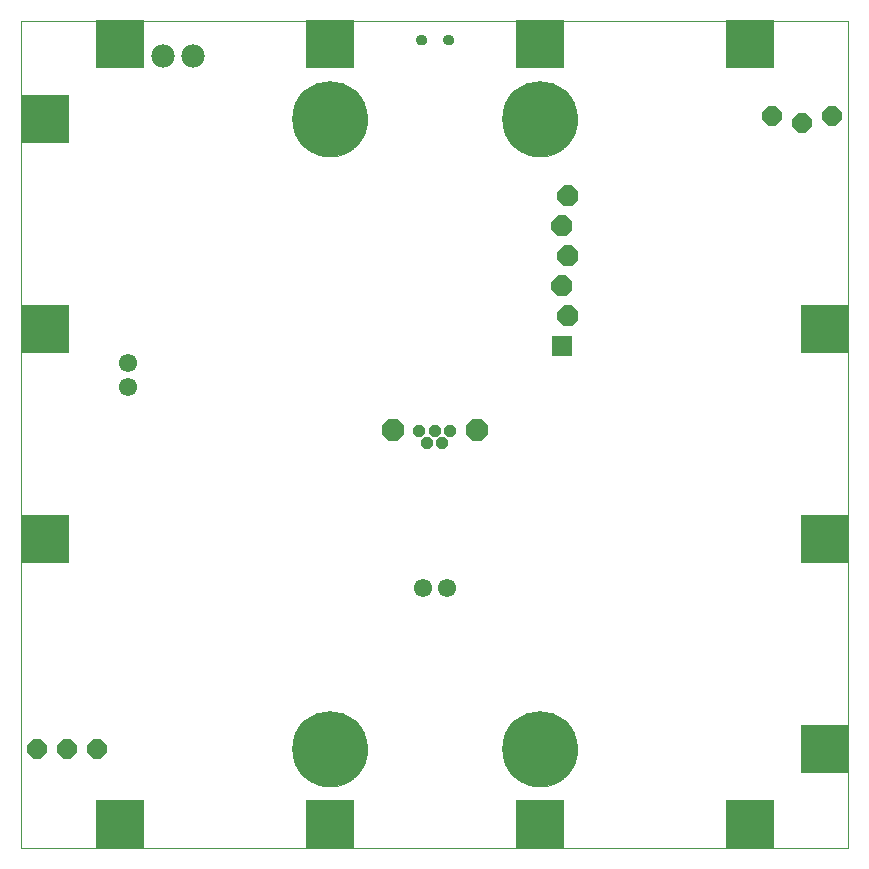
<source format=gbs>
G75*
%MOIN*%
%OFA0B0*%
%FSLAX25Y25*%
%IPPOS*%
%LPD*%
%AMOC8*
5,1,8,0,0,1.08239X$1,22.5*
%
%ADD10C,0.00000*%
%ADD11C,0.25203*%
%ADD12OC8,0.06337*%
%ADD13R,0.16211X0.16211*%
%ADD14OC8,0.07487*%
%ADD15OC8,0.03975*%
%ADD16R,0.07000X0.07000*%
%ADD17OC8,0.07000*%
%ADD18C,0.06100*%
%ADD19C,0.07800*%
%ADD20C,0.03550*%
D10*
X0001400Y0001400D02*
X0001400Y0276991D01*
X0276991Y0276991D01*
X0276991Y0001400D01*
X0001400Y0001400D01*
X0091793Y0034195D02*
X0091797Y0034499D01*
X0091808Y0034804D01*
X0091827Y0035107D01*
X0091853Y0035411D01*
X0091886Y0035713D01*
X0091927Y0036015D01*
X0091976Y0036315D01*
X0092031Y0036615D01*
X0092094Y0036912D01*
X0092165Y0037208D01*
X0092242Y0037503D01*
X0092327Y0037795D01*
X0092419Y0038085D01*
X0092518Y0038373D01*
X0092624Y0038658D01*
X0092737Y0038941D01*
X0092857Y0039221D01*
X0092984Y0039498D01*
X0093117Y0039771D01*
X0093257Y0040041D01*
X0093404Y0040308D01*
X0093557Y0040571D01*
X0093717Y0040830D01*
X0093883Y0041085D01*
X0094055Y0041336D01*
X0094234Y0041583D01*
X0094418Y0041825D01*
X0094608Y0042063D01*
X0094804Y0042296D01*
X0095006Y0042524D01*
X0095213Y0042747D01*
X0095425Y0042965D01*
X0095643Y0043177D01*
X0095866Y0043384D01*
X0096094Y0043586D01*
X0096327Y0043782D01*
X0096565Y0043972D01*
X0096807Y0044156D01*
X0097054Y0044335D01*
X0097305Y0044507D01*
X0097560Y0044673D01*
X0097819Y0044833D01*
X0098082Y0044986D01*
X0098349Y0045133D01*
X0098619Y0045273D01*
X0098892Y0045406D01*
X0099169Y0045533D01*
X0099449Y0045653D01*
X0099732Y0045766D01*
X0100017Y0045872D01*
X0100305Y0045971D01*
X0100595Y0046063D01*
X0100887Y0046148D01*
X0101182Y0046225D01*
X0101478Y0046296D01*
X0101775Y0046359D01*
X0102075Y0046414D01*
X0102375Y0046463D01*
X0102677Y0046504D01*
X0102979Y0046537D01*
X0103283Y0046563D01*
X0103586Y0046582D01*
X0103891Y0046593D01*
X0104195Y0046597D01*
X0104499Y0046593D01*
X0104804Y0046582D01*
X0105107Y0046563D01*
X0105411Y0046537D01*
X0105713Y0046504D01*
X0106015Y0046463D01*
X0106315Y0046414D01*
X0106615Y0046359D01*
X0106912Y0046296D01*
X0107208Y0046225D01*
X0107503Y0046148D01*
X0107795Y0046063D01*
X0108085Y0045971D01*
X0108373Y0045872D01*
X0108658Y0045766D01*
X0108941Y0045653D01*
X0109221Y0045533D01*
X0109498Y0045406D01*
X0109771Y0045273D01*
X0110041Y0045133D01*
X0110308Y0044986D01*
X0110571Y0044833D01*
X0110830Y0044673D01*
X0111085Y0044507D01*
X0111336Y0044335D01*
X0111583Y0044156D01*
X0111825Y0043972D01*
X0112063Y0043782D01*
X0112296Y0043586D01*
X0112524Y0043384D01*
X0112747Y0043177D01*
X0112965Y0042965D01*
X0113177Y0042747D01*
X0113384Y0042524D01*
X0113586Y0042296D01*
X0113782Y0042063D01*
X0113972Y0041825D01*
X0114156Y0041583D01*
X0114335Y0041336D01*
X0114507Y0041085D01*
X0114673Y0040830D01*
X0114833Y0040571D01*
X0114986Y0040308D01*
X0115133Y0040041D01*
X0115273Y0039771D01*
X0115406Y0039498D01*
X0115533Y0039221D01*
X0115653Y0038941D01*
X0115766Y0038658D01*
X0115872Y0038373D01*
X0115971Y0038085D01*
X0116063Y0037795D01*
X0116148Y0037503D01*
X0116225Y0037208D01*
X0116296Y0036912D01*
X0116359Y0036615D01*
X0116414Y0036315D01*
X0116463Y0036015D01*
X0116504Y0035713D01*
X0116537Y0035411D01*
X0116563Y0035107D01*
X0116582Y0034804D01*
X0116593Y0034499D01*
X0116597Y0034195D01*
X0116593Y0033891D01*
X0116582Y0033586D01*
X0116563Y0033283D01*
X0116537Y0032979D01*
X0116504Y0032677D01*
X0116463Y0032375D01*
X0116414Y0032075D01*
X0116359Y0031775D01*
X0116296Y0031478D01*
X0116225Y0031182D01*
X0116148Y0030887D01*
X0116063Y0030595D01*
X0115971Y0030305D01*
X0115872Y0030017D01*
X0115766Y0029732D01*
X0115653Y0029449D01*
X0115533Y0029169D01*
X0115406Y0028892D01*
X0115273Y0028619D01*
X0115133Y0028349D01*
X0114986Y0028082D01*
X0114833Y0027819D01*
X0114673Y0027560D01*
X0114507Y0027305D01*
X0114335Y0027054D01*
X0114156Y0026807D01*
X0113972Y0026565D01*
X0113782Y0026327D01*
X0113586Y0026094D01*
X0113384Y0025866D01*
X0113177Y0025643D01*
X0112965Y0025425D01*
X0112747Y0025213D01*
X0112524Y0025006D01*
X0112296Y0024804D01*
X0112063Y0024608D01*
X0111825Y0024418D01*
X0111583Y0024234D01*
X0111336Y0024055D01*
X0111085Y0023883D01*
X0110830Y0023717D01*
X0110571Y0023557D01*
X0110308Y0023404D01*
X0110041Y0023257D01*
X0109771Y0023117D01*
X0109498Y0022984D01*
X0109221Y0022857D01*
X0108941Y0022737D01*
X0108658Y0022624D01*
X0108373Y0022518D01*
X0108085Y0022419D01*
X0107795Y0022327D01*
X0107503Y0022242D01*
X0107208Y0022165D01*
X0106912Y0022094D01*
X0106615Y0022031D01*
X0106315Y0021976D01*
X0106015Y0021927D01*
X0105713Y0021886D01*
X0105411Y0021853D01*
X0105107Y0021827D01*
X0104804Y0021808D01*
X0104499Y0021797D01*
X0104195Y0021793D01*
X0103891Y0021797D01*
X0103586Y0021808D01*
X0103283Y0021827D01*
X0102979Y0021853D01*
X0102677Y0021886D01*
X0102375Y0021927D01*
X0102075Y0021976D01*
X0101775Y0022031D01*
X0101478Y0022094D01*
X0101182Y0022165D01*
X0100887Y0022242D01*
X0100595Y0022327D01*
X0100305Y0022419D01*
X0100017Y0022518D01*
X0099732Y0022624D01*
X0099449Y0022737D01*
X0099169Y0022857D01*
X0098892Y0022984D01*
X0098619Y0023117D01*
X0098349Y0023257D01*
X0098082Y0023404D01*
X0097819Y0023557D01*
X0097560Y0023717D01*
X0097305Y0023883D01*
X0097054Y0024055D01*
X0096807Y0024234D01*
X0096565Y0024418D01*
X0096327Y0024608D01*
X0096094Y0024804D01*
X0095866Y0025006D01*
X0095643Y0025213D01*
X0095425Y0025425D01*
X0095213Y0025643D01*
X0095006Y0025866D01*
X0094804Y0026094D01*
X0094608Y0026327D01*
X0094418Y0026565D01*
X0094234Y0026807D01*
X0094055Y0027054D01*
X0093883Y0027305D01*
X0093717Y0027560D01*
X0093557Y0027819D01*
X0093404Y0028082D01*
X0093257Y0028349D01*
X0093117Y0028619D01*
X0092984Y0028892D01*
X0092857Y0029169D01*
X0092737Y0029449D01*
X0092624Y0029732D01*
X0092518Y0030017D01*
X0092419Y0030305D01*
X0092327Y0030595D01*
X0092242Y0030887D01*
X0092165Y0031182D01*
X0092094Y0031478D01*
X0092031Y0031775D01*
X0091976Y0032075D01*
X0091927Y0032375D01*
X0091886Y0032677D01*
X0091853Y0032979D01*
X0091827Y0033283D01*
X0091808Y0033586D01*
X0091797Y0033891D01*
X0091793Y0034195D01*
X0161793Y0034195D02*
X0161797Y0034499D01*
X0161808Y0034804D01*
X0161827Y0035107D01*
X0161853Y0035411D01*
X0161886Y0035713D01*
X0161927Y0036015D01*
X0161976Y0036315D01*
X0162031Y0036615D01*
X0162094Y0036912D01*
X0162165Y0037208D01*
X0162242Y0037503D01*
X0162327Y0037795D01*
X0162419Y0038085D01*
X0162518Y0038373D01*
X0162624Y0038658D01*
X0162737Y0038941D01*
X0162857Y0039221D01*
X0162984Y0039498D01*
X0163117Y0039771D01*
X0163257Y0040041D01*
X0163404Y0040308D01*
X0163557Y0040571D01*
X0163717Y0040830D01*
X0163883Y0041085D01*
X0164055Y0041336D01*
X0164234Y0041583D01*
X0164418Y0041825D01*
X0164608Y0042063D01*
X0164804Y0042296D01*
X0165006Y0042524D01*
X0165213Y0042747D01*
X0165425Y0042965D01*
X0165643Y0043177D01*
X0165866Y0043384D01*
X0166094Y0043586D01*
X0166327Y0043782D01*
X0166565Y0043972D01*
X0166807Y0044156D01*
X0167054Y0044335D01*
X0167305Y0044507D01*
X0167560Y0044673D01*
X0167819Y0044833D01*
X0168082Y0044986D01*
X0168349Y0045133D01*
X0168619Y0045273D01*
X0168892Y0045406D01*
X0169169Y0045533D01*
X0169449Y0045653D01*
X0169732Y0045766D01*
X0170017Y0045872D01*
X0170305Y0045971D01*
X0170595Y0046063D01*
X0170887Y0046148D01*
X0171182Y0046225D01*
X0171478Y0046296D01*
X0171775Y0046359D01*
X0172075Y0046414D01*
X0172375Y0046463D01*
X0172677Y0046504D01*
X0172979Y0046537D01*
X0173283Y0046563D01*
X0173586Y0046582D01*
X0173891Y0046593D01*
X0174195Y0046597D01*
X0174499Y0046593D01*
X0174804Y0046582D01*
X0175107Y0046563D01*
X0175411Y0046537D01*
X0175713Y0046504D01*
X0176015Y0046463D01*
X0176315Y0046414D01*
X0176615Y0046359D01*
X0176912Y0046296D01*
X0177208Y0046225D01*
X0177503Y0046148D01*
X0177795Y0046063D01*
X0178085Y0045971D01*
X0178373Y0045872D01*
X0178658Y0045766D01*
X0178941Y0045653D01*
X0179221Y0045533D01*
X0179498Y0045406D01*
X0179771Y0045273D01*
X0180041Y0045133D01*
X0180308Y0044986D01*
X0180571Y0044833D01*
X0180830Y0044673D01*
X0181085Y0044507D01*
X0181336Y0044335D01*
X0181583Y0044156D01*
X0181825Y0043972D01*
X0182063Y0043782D01*
X0182296Y0043586D01*
X0182524Y0043384D01*
X0182747Y0043177D01*
X0182965Y0042965D01*
X0183177Y0042747D01*
X0183384Y0042524D01*
X0183586Y0042296D01*
X0183782Y0042063D01*
X0183972Y0041825D01*
X0184156Y0041583D01*
X0184335Y0041336D01*
X0184507Y0041085D01*
X0184673Y0040830D01*
X0184833Y0040571D01*
X0184986Y0040308D01*
X0185133Y0040041D01*
X0185273Y0039771D01*
X0185406Y0039498D01*
X0185533Y0039221D01*
X0185653Y0038941D01*
X0185766Y0038658D01*
X0185872Y0038373D01*
X0185971Y0038085D01*
X0186063Y0037795D01*
X0186148Y0037503D01*
X0186225Y0037208D01*
X0186296Y0036912D01*
X0186359Y0036615D01*
X0186414Y0036315D01*
X0186463Y0036015D01*
X0186504Y0035713D01*
X0186537Y0035411D01*
X0186563Y0035107D01*
X0186582Y0034804D01*
X0186593Y0034499D01*
X0186597Y0034195D01*
X0186593Y0033891D01*
X0186582Y0033586D01*
X0186563Y0033283D01*
X0186537Y0032979D01*
X0186504Y0032677D01*
X0186463Y0032375D01*
X0186414Y0032075D01*
X0186359Y0031775D01*
X0186296Y0031478D01*
X0186225Y0031182D01*
X0186148Y0030887D01*
X0186063Y0030595D01*
X0185971Y0030305D01*
X0185872Y0030017D01*
X0185766Y0029732D01*
X0185653Y0029449D01*
X0185533Y0029169D01*
X0185406Y0028892D01*
X0185273Y0028619D01*
X0185133Y0028349D01*
X0184986Y0028082D01*
X0184833Y0027819D01*
X0184673Y0027560D01*
X0184507Y0027305D01*
X0184335Y0027054D01*
X0184156Y0026807D01*
X0183972Y0026565D01*
X0183782Y0026327D01*
X0183586Y0026094D01*
X0183384Y0025866D01*
X0183177Y0025643D01*
X0182965Y0025425D01*
X0182747Y0025213D01*
X0182524Y0025006D01*
X0182296Y0024804D01*
X0182063Y0024608D01*
X0181825Y0024418D01*
X0181583Y0024234D01*
X0181336Y0024055D01*
X0181085Y0023883D01*
X0180830Y0023717D01*
X0180571Y0023557D01*
X0180308Y0023404D01*
X0180041Y0023257D01*
X0179771Y0023117D01*
X0179498Y0022984D01*
X0179221Y0022857D01*
X0178941Y0022737D01*
X0178658Y0022624D01*
X0178373Y0022518D01*
X0178085Y0022419D01*
X0177795Y0022327D01*
X0177503Y0022242D01*
X0177208Y0022165D01*
X0176912Y0022094D01*
X0176615Y0022031D01*
X0176315Y0021976D01*
X0176015Y0021927D01*
X0175713Y0021886D01*
X0175411Y0021853D01*
X0175107Y0021827D01*
X0174804Y0021808D01*
X0174499Y0021797D01*
X0174195Y0021793D01*
X0173891Y0021797D01*
X0173586Y0021808D01*
X0173283Y0021827D01*
X0172979Y0021853D01*
X0172677Y0021886D01*
X0172375Y0021927D01*
X0172075Y0021976D01*
X0171775Y0022031D01*
X0171478Y0022094D01*
X0171182Y0022165D01*
X0170887Y0022242D01*
X0170595Y0022327D01*
X0170305Y0022419D01*
X0170017Y0022518D01*
X0169732Y0022624D01*
X0169449Y0022737D01*
X0169169Y0022857D01*
X0168892Y0022984D01*
X0168619Y0023117D01*
X0168349Y0023257D01*
X0168082Y0023404D01*
X0167819Y0023557D01*
X0167560Y0023717D01*
X0167305Y0023883D01*
X0167054Y0024055D01*
X0166807Y0024234D01*
X0166565Y0024418D01*
X0166327Y0024608D01*
X0166094Y0024804D01*
X0165866Y0025006D01*
X0165643Y0025213D01*
X0165425Y0025425D01*
X0165213Y0025643D01*
X0165006Y0025866D01*
X0164804Y0026094D01*
X0164608Y0026327D01*
X0164418Y0026565D01*
X0164234Y0026807D01*
X0164055Y0027054D01*
X0163883Y0027305D01*
X0163717Y0027560D01*
X0163557Y0027819D01*
X0163404Y0028082D01*
X0163257Y0028349D01*
X0163117Y0028619D01*
X0162984Y0028892D01*
X0162857Y0029169D01*
X0162737Y0029449D01*
X0162624Y0029732D01*
X0162518Y0030017D01*
X0162419Y0030305D01*
X0162327Y0030595D01*
X0162242Y0030887D01*
X0162165Y0031182D01*
X0162094Y0031478D01*
X0162031Y0031775D01*
X0161976Y0032075D01*
X0161927Y0032375D01*
X0161886Y0032677D01*
X0161853Y0032979D01*
X0161827Y0033283D01*
X0161808Y0033586D01*
X0161797Y0033891D01*
X0161793Y0034195D01*
X0161793Y0244195D02*
X0161797Y0244499D01*
X0161808Y0244804D01*
X0161827Y0245107D01*
X0161853Y0245411D01*
X0161886Y0245713D01*
X0161927Y0246015D01*
X0161976Y0246315D01*
X0162031Y0246615D01*
X0162094Y0246912D01*
X0162165Y0247208D01*
X0162242Y0247503D01*
X0162327Y0247795D01*
X0162419Y0248085D01*
X0162518Y0248373D01*
X0162624Y0248658D01*
X0162737Y0248941D01*
X0162857Y0249221D01*
X0162984Y0249498D01*
X0163117Y0249771D01*
X0163257Y0250041D01*
X0163404Y0250308D01*
X0163557Y0250571D01*
X0163717Y0250830D01*
X0163883Y0251085D01*
X0164055Y0251336D01*
X0164234Y0251583D01*
X0164418Y0251825D01*
X0164608Y0252063D01*
X0164804Y0252296D01*
X0165006Y0252524D01*
X0165213Y0252747D01*
X0165425Y0252965D01*
X0165643Y0253177D01*
X0165866Y0253384D01*
X0166094Y0253586D01*
X0166327Y0253782D01*
X0166565Y0253972D01*
X0166807Y0254156D01*
X0167054Y0254335D01*
X0167305Y0254507D01*
X0167560Y0254673D01*
X0167819Y0254833D01*
X0168082Y0254986D01*
X0168349Y0255133D01*
X0168619Y0255273D01*
X0168892Y0255406D01*
X0169169Y0255533D01*
X0169449Y0255653D01*
X0169732Y0255766D01*
X0170017Y0255872D01*
X0170305Y0255971D01*
X0170595Y0256063D01*
X0170887Y0256148D01*
X0171182Y0256225D01*
X0171478Y0256296D01*
X0171775Y0256359D01*
X0172075Y0256414D01*
X0172375Y0256463D01*
X0172677Y0256504D01*
X0172979Y0256537D01*
X0173283Y0256563D01*
X0173586Y0256582D01*
X0173891Y0256593D01*
X0174195Y0256597D01*
X0174499Y0256593D01*
X0174804Y0256582D01*
X0175107Y0256563D01*
X0175411Y0256537D01*
X0175713Y0256504D01*
X0176015Y0256463D01*
X0176315Y0256414D01*
X0176615Y0256359D01*
X0176912Y0256296D01*
X0177208Y0256225D01*
X0177503Y0256148D01*
X0177795Y0256063D01*
X0178085Y0255971D01*
X0178373Y0255872D01*
X0178658Y0255766D01*
X0178941Y0255653D01*
X0179221Y0255533D01*
X0179498Y0255406D01*
X0179771Y0255273D01*
X0180041Y0255133D01*
X0180308Y0254986D01*
X0180571Y0254833D01*
X0180830Y0254673D01*
X0181085Y0254507D01*
X0181336Y0254335D01*
X0181583Y0254156D01*
X0181825Y0253972D01*
X0182063Y0253782D01*
X0182296Y0253586D01*
X0182524Y0253384D01*
X0182747Y0253177D01*
X0182965Y0252965D01*
X0183177Y0252747D01*
X0183384Y0252524D01*
X0183586Y0252296D01*
X0183782Y0252063D01*
X0183972Y0251825D01*
X0184156Y0251583D01*
X0184335Y0251336D01*
X0184507Y0251085D01*
X0184673Y0250830D01*
X0184833Y0250571D01*
X0184986Y0250308D01*
X0185133Y0250041D01*
X0185273Y0249771D01*
X0185406Y0249498D01*
X0185533Y0249221D01*
X0185653Y0248941D01*
X0185766Y0248658D01*
X0185872Y0248373D01*
X0185971Y0248085D01*
X0186063Y0247795D01*
X0186148Y0247503D01*
X0186225Y0247208D01*
X0186296Y0246912D01*
X0186359Y0246615D01*
X0186414Y0246315D01*
X0186463Y0246015D01*
X0186504Y0245713D01*
X0186537Y0245411D01*
X0186563Y0245107D01*
X0186582Y0244804D01*
X0186593Y0244499D01*
X0186597Y0244195D01*
X0186593Y0243891D01*
X0186582Y0243586D01*
X0186563Y0243283D01*
X0186537Y0242979D01*
X0186504Y0242677D01*
X0186463Y0242375D01*
X0186414Y0242075D01*
X0186359Y0241775D01*
X0186296Y0241478D01*
X0186225Y0241182D01*
X0186148Y0240887D01*
X0186063Y0240595D01*
X0185971Y0240305D01*
X0185872Y0240017D01*
X0185766Y0239732D01*
X0185653Y0239449D01*
X0185533Y0239169D01*
X0185406Y0238892D01*
X0185273Y0238619D01*
X0185133Y0238349D01*
X0184986Y0238082D01*
X0184833Y0237819D01*
X0184673Y0237560D01*
X0184507Y0237305D01*
X0184335Y0237054D01*
X0184156Y0236807D01*
X0183972Y0236565D01*
X0183782Y0236327D01*
X0183586Y0236094D01*
X0183384Y0235866D01*
X0183177Y0235643D01*
X0182965Y0235425D01*
X0182747Y0235213D01*
X0182524Y0235006D01*
X0182296Y0234804D01*
X0182063Y0234608D01*
X0181825Y0234418D01*
X0181583Y0234234D01*
X0181336Y0234055D01*
X0181085Y0233883D01*
X0180830Y0233717D01*
X0180571Y0233557D01*
X0180308Y0233404D01*
X0180041Y0233257D01*
X0179771Y0233117D01*
X0179498Y0232984D01*
X0179221Y0232857D01*
X0178941Y0232737D01*
X0178658Y0232624D01*
X0178373Y0232518D01*
X0178085Y0232419D01*
X0177795Y0232327D01*
X0177503Y0232242D01*
X0177208Y0232165D01*
X0176912Y0232094D01*
X0176615Y0232031D01*
X0176315Y0231976D01*
X0176015Y0231927D01*
X0175713Y0231886D01*
X0175411Y0231853D01*
X0175107Y0231827D01*
X0174804Y0231808D01*
X0174499Y0231797D01*
X0174195Y0231793D01*
X0173891Y0231797D01*
X0173586Y0231808D01*
X0173283Y0231827D01*
X0172979Y0231853D01*
X0172677Y0231886D01*
X0172375Y0231927D01*
X0172075Y0231976D01*
X0171775Y0232031D01*
X0171478Y0232094D01*
X0171182Y0232165D01*
X0170887Y0232242D01*
X0170595Y0232327D01*
X0170305Y0232419D01*
X0170017Y0232518D01*
X0169732Y0232624D01*
X0169449Y0232737D01*
X0169169Y0232857D01*
X0168892Y0232984D01*
X0168619Y0233117D01*
X0168349Y0233257D01*
X0168082Y0233404D01*
X0167819Y0233557D01*
X0167560Y0233717D01*
X0167305Y0233883D01*
X0167054Y0234055D01*
X0166807Y0234234D01*
X0166565Y0234418D01*
X0166327Y0234608D01*
X0166094Y0234804D01*
X0165866Y0235006D01*
X0165643Y0235213D01*
X0165425Y0235425D01*
X0165213Y0235643D01*
X0165006Y0235866D01*
X0164804Y0236094D01*
X0164608Y0236327D01*
X0164418Y0236565D01*
X0164234Y0236807D01*
X0164055Y0237054D01*
X0163883Y0237305D01*
X0163717Y0237560D01*
X0163557Y0237819D01*
X0163404Y0238082D01*
X0163257Y0238349D01*
X0163117Y0238619D01*
X0162984Y0238892D01*
X0162857Y0239169D01*
X0162737Y0239449D01*
X0162624Y0239732D01*
X0162518Y0240017D01*
X0162419Y0240305D01*
X0162327Y0240595D01*
X0162242Y0240887D01*
X0162165Y0241182D01*
X0162094Y0241478D01*
X0162031Y0241775D01*
X0161976Y0242075D01*
X0161927Y0242375D01*
X0161886Y0242677D01*
X0161853Y0242979D01*
X0161827Y0243283D01*
X0161808Y0243586D01*
X0161797Y0243891D01*
X0161793Y0244195D01*
X0142148Y0270691D02*
X0142150Y0270770D01*
X0142156Y0270849D01*
X0142166Y0270928D01*
X0142180Y0271006D01*
X0142197Y0271083D01*
X0142219Y0271159D01*
X0142244Y0271234D01*
X0142274Y0271307D01*
X0142306Y0271379D01*
X0142343Y0271450D01*
X0142383Y0271518D01*
X0142426Y0271584D01*
X0142472Y0271648D01*
X0142522Y0271710D01*
X0142575Y0271769D01*
X0142630Y0271825D01*
X0142689Y0271879D01*
X0142750Y0271929D01*
X0142813Y0271977D01*
X0142879Y0272021D01*
X0142947Y0272062D01*
X0143017Y0272099D01*
X0143088Y0272133D01*
X0143162Y0272163D01*
X0143236Y0272189D01*
X0143312Y0272211D01*
X0143389Y0272230D01*
X0143467Y0272245D01*
X0143545Y0272256D01*
X0143624Y0272263D01*
X0143703Y0272266D01*
X0143782Y0272265D01*
X0143861Y0272260D01*
X0143940Y0272251D01*
X0144018Y0272238D01*
X0144095Y0272221D01*
X0144172Y0272201D01*
X0144247Y0272176D01*
X0144321Y0272148D01*
X0144394Y0272116D01*
X0144464Y0272081D01*
X0144533Y0272042D01*
X0144600Y0271999D01*
X0144665Y0271953D01*
X0144727Y0271905D01*
X0144787Y0271853D01*
X0144844Y0271798D01*
X0144898Y0271740D01*
X0144949Y0271680D01*
X0144997Y0271617D01*
X0145042Y0271552D01*
X0145084Y0271484D01*
X0145122Y0271415D01*
X0145156Y0271344D01*
X0145187Y0271271D01*
X0145215Y0271196D01*
X0145238Y0271121D01*
X0145258Y0271044D01*
X0145274Y0270967D01*
X0145286Y0270888D01*
X0145294Y0270810D01*
X0145298Y0270731D01*
X0145298Y0270651D01*
X0145294Y0270572D01*
X0145286Y0270494D01*
X0145274Y0270415D01*
X0145258Y0270338D01*
X0145238Y0270261D01*
X0145215Y0270186D01*
X0145187Y0270111D01*
X0145156Y0270038D01*
X0145122Y0269967D01*
X0145084Y0269898D01*
X0145042Y0269830D01*
X0144997Y0269765D01*
X0144949Y0269702D01*
X0144898Y0269642D01*
X0144844Y0269584D01*
X0144787Y0269529D01*
X0144727Y0269477D01*
X0144665Y0269429D01*
X0144600Y0269383D01*
X0144533Y0269340D01*
X0144464Y0269301D01*
X0144394Y0269266D01*
X0144321Y0269234D01*
X0144247Y0269206D01*
X0144172Y0269181D01*
X0144095Y0269161D01*
X0144018Y0269144D01*
X0143940Y0269131D01*
X0143861Y0269122D01*
X0143782Y0269117D01*
X0143703Y0269116D01*
X0143624Y0269119D01*
X0143545Y0269126D01*
X0143467Y0269137D01*
X0143389Y0269152D01*
X0143312Y0269171D01*
X0143236Y0269193D01*
X0143162Y0269219D01*
X0143088Y0269249D01*
X0143017Y0269283D01*
X0142947Y0269320D01*
X0142879Y0269361D01*
X0142813Y0269405D01*
X0142750Y0269453D01*
X0142689Y0269503D01*
X0142630Y0269557D01*
X0142575Y0269613D01*
X0142522Y0269672D01*
X0142472Y0269734D01*
X0142426Y0269798D01*
X0142383Y0269864D01*
X0142343Y0269932D01*
X0142306Y0270003D01*
X0142274Y0270075D01*
X0142244Y0270148D01*
X0142219Y0270223D01*
X0142197Y0270299D01*
X0142180Y0270376D01*
X0142166Y0270454D01*
X0142156Y0270533D01*
X0142150Y0270612D01*
X0142148Y0270691D01*
X0133093Y0270691D02*
X0133095Y0270770D01*
X0133101Y0270849D01*
X0133111Y0270928D01*
X0133125Y0271006D01*
X0133142Y0271083D01*
X0133164Y0271159D01*
X0133189Y0271234D01*
X0133219Y0271307D01*
X0133251Y0271379D01*
X0133288Y0271450D01*
X0133328Y0271518D01*
X0133371Y0271584D01*
X0133417Y0271648D01*
X0133467Y0271710D01*
X0133520Y0271769D01*
X0133575Y0271825D01*
X0133634Y0271879D01*
X0133695Y0271929D01*
X0133758Y0271977D01*
X0133824Y0272021D01*
X0133892Y0272062D01*
X0133962Y0272099D01*
X0134033Y0272133D01*
X0134107Y0272163D01*
X0134181Y0272189D01*
X0134257Y0272211D01*
X0134334Y0272230D01*
X0134412Y0272245D01*
X0134490Y0272256D01*
X0134569Y0272263D01*
X0134648Y0272266D01*
X0134727Y0272265D01*
X0134806Y0272260D01*
X0134885Y0272251D01*
X0134963Y0272238D01*
X0135040Y0272221D01*
X0135117Y0272201D01*
X0135192Y0272176D01*
X0135266Y0272148D01*
X0135339Y0272116D01*
X0135409Y0272081D01*
X0135478Y0272042D01*
X0135545Y0271999D01*
X0135610Y0271953D01*
X0135672Y0271905D01*
X0135732Y0271853D01*
X0135789Y0271798D01*
X0135843Y0271740D01*
X0135894Y0271680D01*
X0135942Y0271617D01*
X0135987Y0271552D01*
X0136029Y0271484D01*
X0136067Y0271415D01*
X0136101Y0271344D01*
X0136132Y0271271D01*
X0136160Y0271196D01*
X0136183Y0271121D01*
X0136203Y0271044D01*
X0136219Y0270967D01*
X0136231Y0270888D01*
X0136239Y0270810D01*
X0136243Y0270731D01*
X0136243Y0270651D01*
X0136239Y0270572D01*
X0136231Y0270494D01*
X0136219Y0270415D01*
X0136203Y0270338D01*
X0136183Y0270261D01*
X0136160Y0270186D01*
X0136132Y0270111D01*
X0136101Y0270038D01*
X0136067Y0269967D01*
X0136029Y0269898D01*
X0135987Y0269830D01*
X0135942Y0269765D01*
X0135894Y0269702D01*
X0135843Y0269642D01*
X0135789Y0269584D01*
X0135732Y0269529D01*
X0135672Y0269477D01*
X0135610Y0269429D01*
X0135545Y0269383D01*
X0135478Y0269340D01*
X0135409Y0269301D01*
X0135339Y0269266D01*
X0135266Y0269234D01*
X0135192Y0269206D01*
X0135117Y0269181D01*
X0135040Y0269161D01*
X0134963Y0269144D01*
X0134885Y0269131D01*
X0134806Y0269122D01*
X0134727Y0269117D01*
X0134648Y0269116D01*
X0134569Y0269119D01*
X0134490Y0269126D01*
X0134412Y0269137D01*
X0134334Y0269152D01*
X0134257Y0269171D01*
X0134181Y0269193D01*
X0134107Y0269219D01*
X0134033Y0269249D01*
X0133962Y0269283D01*
X0133892Y0269320D01*
X0133824Y0269361D01*
X0133758Y0269405D01*
X0133695Y0269453D01*
X0133634Y0269503D01*
X0133575Y0269557D01*
X0133520Y0269613D01*
X0133467Y0269672D01*
X0133417Y0269734D01*
X0133371Y0269798D01*
X0133328Y0269864D01*
X0133288Y0269932D01*
X0133251Y0270003D01*
X0133219Y0270075D01*
X0133189Y0270148D01*
X0133164Y0270223D01*
X0133142Y0270299D01*
X0133125Y0270376D01*
X0133111Y0270454D01*
X0133101Y0270533D01*
X0133095Y0270612D01*
X0133093Y0270691D01*
X0091793Y0244195D02*
X0091797Y0244499D01*
X0091808Y0244804D01*
X0091827Y0245107D01*
X0091853Y0245411D01*
X0091886Y0245713D01*
X0091927Y0246015D01*
X0091976Y0246315D01*
X0092031Y0246615D01*
X0092094Y0246912D01*
X0092165Y0247208D01*
X0092242Y0247503D01*
X0092327Y0247795D01*
X0092419Y0248085D01*
X0092518Y0248373D01*
X0092624Y0248658D01*
X0092737Y0248941D01*
X0092857Y0249221D01*
X0092984Y0249498D01*
X0093117Y0249771D01*
X0093257Y0250041D01*
X0093404Y0250308D01*
X0093557Y0250571D01*
X0093717Y0250830D01*
X0093883Y0251085D01*
X0094055Y0251336D01*
X0094234Y0251583D01*
X0094418Y0251825D01*
X0094608Y0252063D01*
X0094804Y0252296D01*
X0095006Y0252524D01*
X0095213Y0252747D01*
X0095425Y0252965D01*
X0095643Y0253177D01*
X0095866Y0253384D01*
X0096094Y0253586D01*
X0096327Y0253782D01*
X0096565Y0253972D01*
X0096807Y0254156D01*
X0097054Y0254335D01*
X0097305Y0254507D01*
X0097560Y0254673D01*
X0097819Y0254833D01*
X0098082Y0254986D01*
X0098349Y0255133D01*
X0098619Y0255273D01*
X0098892Y0255406D01*
X0099169Y0255533D01*
X0099449Y0255653D01*
X0099732Y0255766D01*
X0100017Y0255872D01*
X0100305Y0255971D01*
X0100595Y0256063D01*
X0100887Y0256148D01*
X0101182Y0256225D01*
X0101478Y0256296D01*
X0101775Y0256359D01*
X0102075Y0256414D01*
X0102375Y0256463D01*
X0102677Y0256504D01*
X0102979Y0256537D01*
X0103283Y0256563D01*
X0103586Y0256582D01*
X0103891Y0256593D01*
X0104195Y0256597D01*
X0104499Y0256593D01*
X0104804Y0256582D01*
X0105107Y0256563D01*
X0105411Y0256537D01*
X0105713Y0256504D01*
X0106015Y0256463D01*
X0106315Y0256414D01*
X0106615Y0256359D01*
X0106912Y0256296D01*
X0107208Y0256225D01*
X0107503Y0256148D01*
X0107795Y0256063D01*
X0108085Y0255971D01*
X0108373Y0255872D01*
X0108658Y0255766D01*
X0108941Y0255653D01*
X0109221Y0255533D01*
X0109498Y0255406D01*
X0109771Y0255273D01*
X0110041Y0255133D01*
X0110308Y0254986D01*
X0110571Y0254833D01*
X0110830Y0254673D01*
X0111085Y0254507D01*
X0111336Y0254335D01*
X0111583Y0254156D01*
X0111825Y0253972D01*
X0112063Y0253782D01*
X0112296Y0253586D01*
X0112524Y0253384D01*
X0112747Y0253177D01*
X0112965Y0252965D01*
X0113177Y0252747D01*
X0113384Y0252524D01*
X0113586Y0252296D01*
X0113782Y0252063D01*
X0113972Y0251825D01*
X0114156Y0251583D01*
X0114335Y0251336D01*
X0114507Y0251085D01*
X0114673Y0250830D01*
X0114833Y0250571D01*
X0114986Y0250308D01*
X0115133Y0250041D01*
X0115273Y0249771D01*
X0115406Y0249498D01*
X0115533Y0249221D01*
X0115653Y0248941D01*
X0115766Y0248658D01*
X0115872Y0248373D01*
X0115971Y0248085D01*
X0116063Y0247795D01*
X0116148Y0247503D01*
X0116225Y0247208D01*
X0116296Y0246912D01*
X0116359Y0246615D01*
X0116414Y0246315D01*
X0116463Y0246015D01*
X0116504Y0245713D01*
X0116537Y0245411D01*
X0116563Y0245107D01*
X0116582Y0244804D01*
X0116593Y0244499D01*
X0116597Y0244195D01*
X0116593Y0243891D01*
X0116582Y0243586D01*
X0116563Y0243283D01*
X0116537Y0242979D01*
X0116504Y0242677D01*
X0116463Y0242375D01*
X0116414Y0242075D01*
X0116359Y0241775D01*
X0116296Y0241478D01*
X0116225Y0241182D01*
X0116148Y0240887D01*
X0116063Y0240595D01*
X0115971Y0240305D01*
X0115872Y0240017D01*
X0115766Y0239732D01*
X0115653Y0239449D01*
X0115533Y0239169D01*
X0115406Y0238892D01*
X0115273Y0238619D01*
X0115133Y0238349D01*
X0114986Y0238082D01*
X0114833Y0237819D01*
X0114673Y0237560D01*
X0114507Y0237305D01*
X0114335Y0237054D01*
X0114156Y0236807D01*
X0113972Y0236565D01*
X0113782Y0236327D01*
X0113586Y0236094D01*
X0113384Y0235866D01*
X0113177Y0235643D01*
X0112965Y0235425D01*
X0112747Y0235213D01*
X0112524Y0235006D01*
X0112296Y0234804D01*
X0112063Y0234608D01*
X0111825Y0234418D01*
X0111583Y0234234D01*
X0111336Y0234055D01*
X0111085Y0233883D01*
X0110830Y0233717D01*
X0110571Y0233557D01*
X0110308Y0233404D01*
X0110041Y0233257D01*
X0109771Y0233117D01*
X0109498Y0232984D01*
X0109221Y0232857D01*
X0108941Y0232737D01*
X0108658Y0232624D01*
X0108373Y0232518D01*
X0108085Y0232419D01*
X0107795Y0232327D01*
X0107503Y0232242D01*
X0107208Y0232165D01*
X0106912Y0232094D01*
X0106615Y0232031D01*
X0106315Y0231976D01*
X0106015Y0231927D01*
X0105713Y0231886D01*
X0105411Y0231853D01*
X0105107Y0231827D01*
X0104804Y0231808D01*
X0104499Y0231797D01*
X0104195Y0231793D01*
X0103891Y0231797D01*
X0103586Y0231808D01*
X0103283Y0231827D01*
X0102979Y0231853D01*
X0102677Y0231886D01*
X0102375Y0231927D01*
X0102075Y0231976D01*
X0101775Y0232031D01*
X0101478Y0232094D01*
X0101182Y0232165D01*
X0100887Y0232242D01*
X0100595Y0232327D01*
X0100305Y0232419D01*
X0100017Y0232518D01*
X0099732Y0232624D01*
X0099449Y0232737D01*
X0099169Y0232857D01*
X0098892Y0232984D01*
X0098619Y0233117D01*
X0098349Y0233257D01*
X0098082Y0233404D01*
X0097819Y0233557D01*
X0097560Y0233717D01*
X0097305Y0233883D01*
X0097054Y0234055D01*
X0096807Y0234234D01*
X0096565Y0234418D01*
X0096327Y0234608D01*
X0096094Y0234804D01*
X0095866Y0235006D01*
X0095643Y0235213D01*
X0095425Y0235425D01*
X0095213Y0235643D01*
X0095006Y0235866D01*
X0094804Y0236094D01*
X0094608Y0236327D01*
X0094418Y0236565D01*
X0094234Y0236807D01*
X0094055Y0237054D01*
X0093883Y0237305D01*
X0093717Y0237560D01*
X0093557Y0237819D01*
X0093404Y0238082D01*
X0093257Y0238349D01*
X0093117Y0238619D01*
X0092984Y0238892D01*
X0092857Y0239169D01*
X0092737Y0239449D01*
X0092624Y0239732D01*
X0092518Y0240017D01*
X0092419Y0240305D01*
X0092327Y0240595D01*
X0092242Y0240887D01*
X0092165Y0241182D01*
X0092094Y0241478D01*
X0092031Y0241775D01*
X0091976Y0242075D01*
X0091927Y0242375D01*
X0091886Y0242677D01*
X0091853Y0242979D01*
X0091827Y0243283D01*
X0091808Y0243586D01*
X0091797Y0243891D01*
X0091793Y0244195D01*
D11*
X0104195Y0244195D03*
X0174195Y0244195D03*
X0174195Y0034195D03*
X0104195Y0034195D03*
D12*
X0026676Y0034195D03*
X0016676Y0034195D03*
X0006676Y0034195D03*
X0251715Y0245298D03*
X0261715Y0243093D03*
X0271715Y0245298D03*
D13*
X0244195Y0269117D03*
X0174195Y0269117D03*
X0104195Y0269117D03*
X0034195Y0269117D03*
X0009274Y0244195D03*
X0009274Y0174195D03*
X0009274Y0104195D03*
X0034195Y0009274D03*
X0104195Y0009274D03*
X0174195Y0009274D03*
X0244195Y0009274D03*
X0269117Y0034195D03*
X0269117Y0104195D03*
X0269117Y0174195D03*
D14*
X0153270Y0140613D03*
X0125120Y0140613D03*
D15*
X0134077Y0140180D03*
X0136636Y0136243D03*
X0139195Y0140180D03*
X0141754Y0136243D03*
X0144313Y0140180D03*
D16*
X0181502Y0168723D03*
D17*
X0183502Y0178723D03*
X0181502Y0188723D03*
X0183502Y0198723D03*
X0181502Y0208723D03*
X0183502Y0218723D03*
D18*
X0143132Y0088014D03*
X0135258Y0088014D03*
X0036833Y0154943D03*
X0036833Y0162817D03*
D19*
X0048644Y0265180D03*
X0058644Y0265180D03*
D20*
X0134668Y0270691D03*
X0143723Y0270691D03*
M02*

</source>
